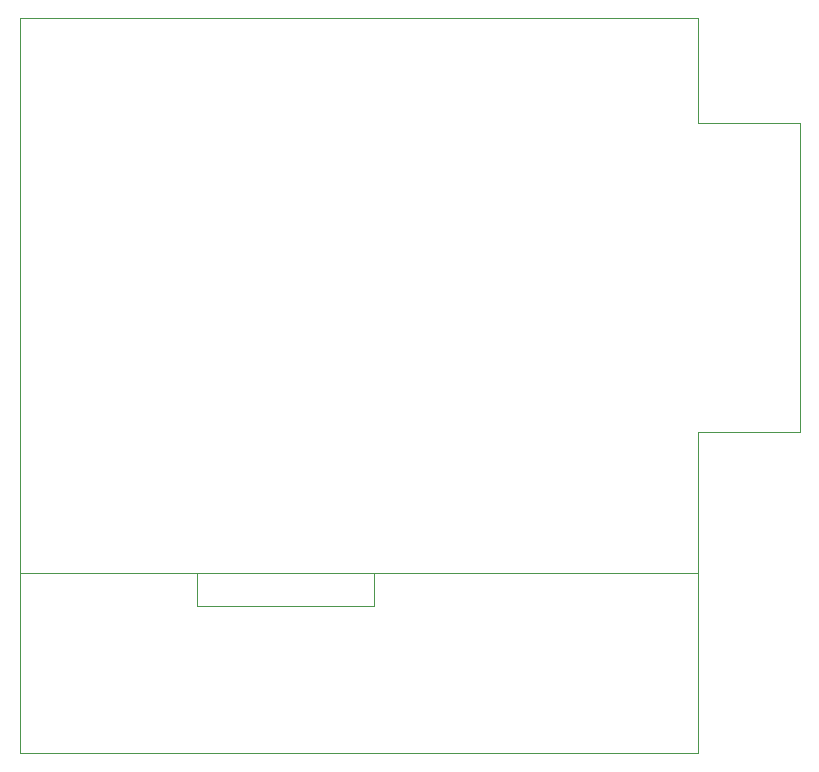
<source format=gbr>
%TF.GenerationSoftware,KiCad,Pcbnew,(5.1.7)-1*%
%TF.CreationDate,2020-11-24T03:50:03-07:00*%
%TF.ProjectId,IO 10-Pin,494f2031-302d-4506-996e-2e6b69636164,rev?*%
%TF.SameCoordinates,PX32de760PY5734380*%
%TF.FileFunction,Profile,NP*%
%FSLAX46Y46*%
G04 Gerber Fmt 4.6, Leading zero omitted, Abs format (unit mm)*
G04 Created by KiCad (PCBNEW (5.1.7)-1) date 2020-11-24 03:50:03*
%MOMM*%
%LPD*%
G01*
G04 APERTURE LIST*
%TA.AperFunction,Profile*%
%ADD10C,0.050000*%
%TD*%
G04 APERTURE END LIST*
D10*
X0Y15240000D02*
X57404000Y15240000D01*
X0Y15240000D02*
X0Y0D01*
X57404000Y15240000D02*
X57404000Y0D01*
X57404000Y15240000D02*
X57404000Y27178000D01*
X0Y15240000D02*
X0Y62230000D01*
X14986000Y12446000D02*
X14986000Y15240000D01*
X29972000Y15240000D02*
X29972000Y12446000D01*
X57404000Y27178000D02*
X66040000Y27178000D01*
X57404000Y53340000D02*
X66040000Y53340000D01*
X66040000Y27178000D02*
X66040000Y53340000D01*
X29972000Y12446000D02*
X14986000Y12446000D01*
X57404000Y0D02*
X0Y0D01*
X57404000Y62230000D02*
X0Y62230000D01*
X57404000Y53340000D02*
X57404000Y62230000D01*
M02*

</source>
